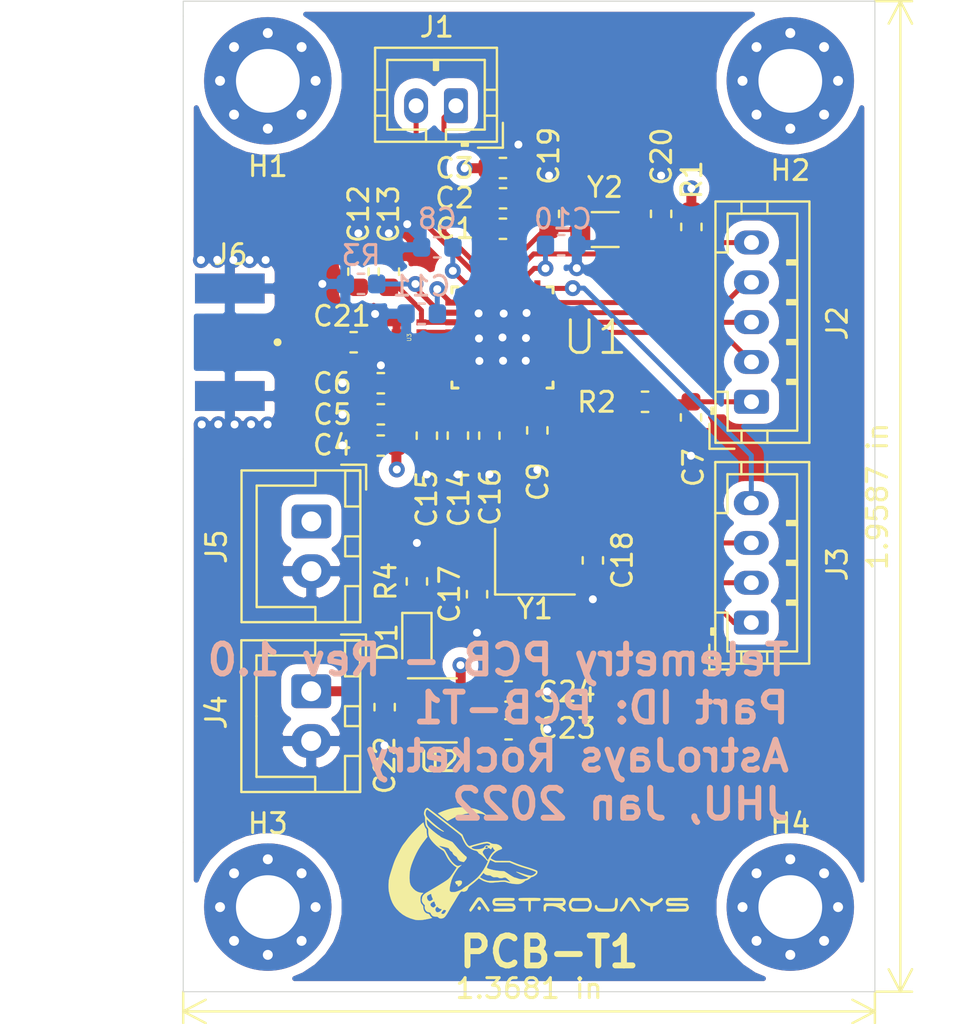
<source format=kicad_pcb>
(kicad_pcb (version 20171130) (host pcbnew "(5.1.5)-3")
  (layers (0 F.Cu signal) (1 In1.Cu power) (2 In2.Cu power) (31 B.Cu signal) (34 B.Paste user) (35 F.Paste user) (36 B.SilkS user) (37 F.SilkS user) (38 B.Mask user) (39 F.Mask user) (44 Edge.Cuts user))
  (net 0 "")
  (net 1 GND)
  (net 2 +3V3)
  (net 3 "Net-(C7-Pad2)")
  (net 4 "Net-(C8-Pad1)")
  (net 5 "Net-(C9-Pad1)")
  (net 6 "Net-(C10-Pad1)")
  (net 7 "Net-(C11-Pad1)")
  (net 8 /CREGRF2)
  (net 9 "Net-(C14-Pad1)")
  (net 10 "Net-(C15-Pad1)")
  (net 11 "Net-(C16-Pad1)")
  (net 12 "Net-(C17-Pad1)")
  (net 13 "Net-(C18-Pad1)")
  (net 14 /OSC2)
  (net 15 /OSC1)
  (net 16 "Net-(C21-Pad2)")
  (net 17 "Net-(C21-Pad1)")
  (net 18 +5V)
  (net 19 "Net-(C23-Pad1)")
  (net 20 "Net-(D1-Pad1)")
  (net 21 /LNA_EN)
  (net 22 /PA_EN)
  (net 23 /MISO)
  (net 24 /SCLK)
  (net 25 /MOSI)
  (net 26 /~CS)
  (net 27 /GP4)
  (net 28 /GP2)
  (net 29 /GP1)
  (net 30 /GP0)
  (net 31 /IRQ)
  (net 32 "Net-(R3-Pad1)")
  (net 33 "Net-(U1-Pad8)")
  (net 34 /RFO2)
  (net 35 /RFIO_1N)
  (net 36 /RFIO_1P)
  (module AJ_GFX:full_logo_21.3mmx9.3mm (layer F.Cu) (at 126.96 123.04)
    (fp_text reference G*** hide)
    (fp_text value LOGO hide)
  )
  (module Crystal:Crystal_SMD_3225-4Pin_3.2x2.5mm (layer F.Cu) (at 125.17 108.15)
    (fp_text reference Y1 (at 0 2.37) (layer F.SilkS))
    (fp_text value 26M)
    (pad 4 smd rect (at -1.1 -0.85) (size 1.4 1.2) (layers F.Cu F.Paste F.Mask) (net 1 GND))
    (pad 3 smd rect (at 1.1 -0.85) (size 1.4 1.2) (layers F.Cu F.Paste F.Mask) (net 13 "Net-(C18-Pad1)"))
    (pad 2 smd rect (at 1.1 0.85) (size 1.4 1.2) (layers F.Cu F.Paste F.Mask) (net 1 GND))
    (pad 1 smd rect (at -1.1 0.85) (size 1.4 1.2) (layers F.Cu F.Paste F.Mask) (net 12 "Net-(C17-Pad1)"))
  )
  (module Parts:QFN50P500X500X80-33N (layer F.Cu) (at 123.54 96.89)
    (fp_text reference U1 (at 4.66 0) (layer F.SilkS) (effects (font (size 1.64037 1.64037))))
    (fp_text value ADF7023-JBCPZ)
    (pad 33 smd rect (at 0 0) (size 3.2512 3.2512) (layers F.Cu F.Paste F.Mask) (net 1 GND))
    (pad 32 smd rect (at -1.7526 -2.4638) (size 0.3048 0.8128) (layers F.Cu F.Paste F.Mask) (net 4 "Net-(C8-Pad1)"))
    (pad 31 smd rect (at -1.2446 -2.4638) (size 0.3048 0.8128) (layers F.Cu F.Paste F.Mask) (net 21 /LNA_EN))
    (pad 30 smd rect (at -0.762 -2.4638) (size 0.3048 0.8128) (layers F.Cu F.Paste F.Mask) (net 22 /PA_EN))
    (pad 29 smd rect (at -0.254 -2.4638) (size 0.3048 0.8128) (layers F.Cu F.Paste F.Mask) (net 2 +3V3))
    (pad 28 smd rect (at 0.254 -2.4638) (size 0.3048 0.8128) (layers F.Cu F.Paste F.Mask) (net 14 /OSC2))
    (pad 27 smd rect (at 0.762 -2.4638) (size 0.3048 0.8128) (layers F.Cu F.Paste F.Mask) (net 15 /OSC1))
    (pad 26 smd rect (at 1.2446 -2.4638) (size 0.3048 0.8128) (layers F.Cu F.Paste F.Mask) (net 6 "Net-(C10-Pad1)"))
    (pad 25 smd rect (at 1.7526 -2.4638) (size 0.3048 0.8128) (layers F.Cu F.Paste F.Mask) (net 27 /GP4))
    (pad 24 smd rect (at 2.4638 -1.7526) (size 0.8128 0.3048) (layers F.Cu F.Paste F.Mask) (net 26 /~CS))
    (pad 23 smd rect (at 2.4638 -1.2446) (size 0.8128 0.3048) (layers F.Cu F.Paste F.Mask) (net 25 /MOSI))
    (pad 22 smd rect (at 2.4638 -0.762) (size 0.8128 0.3048) (layers F.Cu F.Paste F.Mask) (net 24 /SCLK))
    (pad 21 smd rect (at 2.4638 -0.254) (size 0.8128 0.3048) (layers F.Cu F.Paste F.Mask) (net 23 /MISO))
    (pad 20 smd rect (at 2.4638 0.254) (size 0.8128 0.3048) (layers F.Cu F.Paste F.Mask) (net 31 /IRQ))
    (pad 19 smd rect (at 2.4638 0.762) (size 0.8128 0.3048) (layers F.Cu F.Paste F.Mask) (net 28 /GP2))
    (pad 18 smd rect (at 2.4638 1.2446) (size 0.8128 0.3048) (layers F.Cu F.Paste F.Mask) (net 29 /GP1))
    (pad 17 smd rect (at 2.4638 1.7526) (size 0.8128 0.3048) (layers F.Cu F.Paste F.Mask) (net 30 /GP0))
    (pad 16 smd rect (at 1.7526 2.4638) (size 0.3048 0.8128) (layers F.Cu F.Paste F.Mask) (net 5 "Net-(C9-Pad1)"))
    (pad 15 smd rect (at 1.2446 2.4638) (size 0.3048 0.8128) (layers F.Cu F.Paste F.Mask) (net 5 "Net-(C9-Pad1)"))
    (pad 14 smd rect (at 0.762 2.4638) (size 0.3048 0.8128) (layers F.Cu F.Paste F.Mask) (net 13 "Net-(C18-Pad1)"))
    (pad 13 smd rect (at 0.254 2.4638) (size 0.3048 0.8128) (layers F.Cu F.Paste F.Mask) (net 12 "Net-(C17-Pad1)"))
    (pad 12 smd rect (at -0.254 2.4638) (size 0.3048 0.8128) (layers F.Cu F.Paste F.Mask) (net 11 "Net-(C16-Pad1)"))
    (pad 11 smd rect (at -0.762 2.4638) (size 0.3048 0.8128) (layers F.Cu F.Paste F.Mask) (net 9 "Net-(C14-Pad1)"))
    (pad 10 smd rect (at -1.2446 2.4638) (size 0.3048 0.8128) (layers F.Cu F.Paste F.Mask) (net 10 "Net-(C15-Pad1)"))
    (pad 9 smd rect (at -1.7526 2.4638) (size 0.3048 0.8128) (layers F.Cu F.Paste F.Mask) (net 10 "Net-(C15-Pad1)"))
    (pad 8 smd rect (at -2.4638 1.7526) (size 0.8128 0.3048) (layers F.Cu F.Paste F.Mask) (net 33 "Net-(U1-Pad8)"))
    (pad 7 smd rect (at -2.4638 1.2446) (size 0.8128 0.3048) (layers F.Cu F.Paste F.Mask) (net 2 +3V3))
    (pad 6 smd rect (at -2.4638 0.762) (size 0.8128 0.3048) (layers F.Cu F.Paste F.Mask) (net 34 /RFO2))
    (pad 5 smd rect (at -2.4638 0.254) (size 0.8128 0.3048) (layers F.Cu F.Paste F.Mask) (net 35 /RFIO_1N))
    (pad 4 smd rect (at -2.4638 -0.254) (size 0.8128 0.3048) (layers F.Cu F.Paste F.Mask) (net 36 /RFIO_1P))
    (pad 3 smd rect (at -2.4638 -0.762) (size 0.8128 0.3048) (layers F.Cu F.Paste F.Mask) (net 8 /CREGRF2))
    (pad 2 smd rect (at -2.4638 -1.2446) (size 0.8128 0.3048) (layers F.Cu F.Paste F.Mask) (net 32 "Net-(R3-Pad1)"))
    (pad 1 smd rect (at -2.4638 -1.7526) (size 0.8128 0.3048) (layers F.Cu F.Paste F.Mask) (net 7 "Net-(C11-Pad1)"))
  )
  (module Parts:RFSOLUTIONS_CON-SMA-EDGE-S (layer F.Cu) (at 109.84 97.13)
    (fp_text reference J6 (at 0.032 -4.4064) (layer F.SilkS))
    (fp_text value CON-SMA-EDGE-S)
    (pad G4 smd rect (at 0 2.7) (size 3.5 1.5) (layers B.Cu B.Paste B.Mask) (net 1 GND))
    (pad G3 smd rect (at 0 -2.7) (size 3.5 1.5) (layers B.Cu B.Paste B.Mask) (net 1 GND))
    (pad G2 smd rect (at 0 2.7) (size 3.5 1.5) (layers F.Cu F.Paste F.Mask) (net 1 GND))
    (pad G1 smd rect (at 0 -2.7) (size 3.5 1.5) (layers F.Cu F.Paste F.Mask) (net 1 GND))
    (pad 1 smd rect (at 0 0) (size 3.5 1.5) (layers F.Cu F.Paste F.Mask) (net 16 "Net-(C21-Pad2)"))
  )
  (module Parts:0900PC15F0030 (layer F.Cu) (at 118.845 96.88 270)
    (fp_text reference U3 (at 0.01 -0.01 90) (layer F.SilkS) (effects (font (size 0.2 0.2) (thickness 0.03))))
    (fp_text value 0900PC15F0030)
    (pad 10 smd rect (at -1 0 270) (size 0.5 0.4) (layers F.Cu F.Paste F.Mask) (net 1 GND))
    (pad 5 smd rect (at 1 0 270) (size 0.5 0.4) (layers F.Cu F.Paste F.Mask) (net 1 GND))
    (pad 6 smd rect (at 0.75 -0.625 270) (size 0.3 0.5) (layers F.Cu F.Paste F.Mask) (net 34 /RFO2))
    (pad 7 smd rect (at 0.25 -0.625 270) (size 0.3 0.5) (layers F.Cu F.Paste F.Mask) (net 35 /RFIO_1N))
    (pad 8 smd rect (at -0.25 -0.625 270) (size 0.3 0.5) (layers F.Cu F.Paste F.Mask) (net 36 /RFIO_1P))
    (pad 9 smd rect (at -0.75 -0.625 270) (size 0.3 0.5) (layers F.Cu F.Paste F.Mask) (net 8 /CREGRF2))
    (pad 4 smd rect (at 0.75 0.625 270) (size 0.3 0.5) (layers F.Cu F.Paste F.Mask) (net 1 GND))
    (pad 3 smd rect (at 0.25 0.625 270) (size 0.3 0.5) (layers F.Cu F.Paste F.Mask) (net 17 "Net-(C21-Pad1)"))
    (pad 2 smd rect (at -0.25 0.625 270) (size 0.3 0.5) (layers F.Cu F.Paste F.Mask) (net 1 GND))
    (pad 1 smd rect (at -0.75 0.625 270) (size 0.3 0.5) (layers F.Cu F.Paste F.Mask) (net 1 GND))
  )
  (module Crystal:Crystal_SMD_3215-2Pin_3.2x1.5mm (layer F.Cu) (at 128.7 91.47 180)
    (fp_text reference Y2 (at 0.01 2.12) (layer F.SilkS))
    (fp_text value 32.768k)
    (pad 2 smd rect (at -1.25 0 180) (size 1 1.8) (layers F.Cu F.Paste F.Mask) (net 15 /OSC1))
    (pad 1 smd rect (at 1.25 0 180) (size 1 1.8) (layers F.Cu F.Paste F.Mask) (net 14 /OSC2))
  )
  (module Package_TO_SOT_SMD:SOT-23-5 (layer F.Cu) (at 120.34 115.62)
    (fp_text reference U2 (at 0.01 2.57) (layer F.SilkS))
    (fp_text value LP2985-3.3)
    (pad 5 smd rect (at 1.1 -0.95) (size 1.06 0.65) (layers F.Cu F.Paste F.Mask) (net 2 +3V3))
    (pad 4 smd rect (at 1.1 0.95) (size 1.06 0.65) (layers F.Cu F.Paste F.Mask) (net 19 "Net-(C23-Pad1)"))
    (pad 3 smd rect (at -1.1 0.95) (size 1.06 0.65) (layers F.Cu F.Paste F.Mask) (net 18 +5V))
    (pad 2 smd rect (at -1.1 0) (size 1.06 0.65) (layers F.Cu F.Paste F.Mask) (net 1 GND))
    (pad 1 smd rect (at -1.1 -0.95) (size 1.06 0.65) (layers F.Cu F.Paste F.Mask) (net 18 +5V))
  )
  (module Resistor_SMD:R_0603_1608Metric (layer F.Cu) (at 119.24 109.1425 90)
    (fp_text reference R4 (at 0.0025 -1.55 90) (layer F.SilkS))
    (fp_text value 330)
    (pad 2 smd roundrect (at 0.7875 0 90) (size 0.875 0.95) (layers F.Cu F.Paste F.Mask) (net 1 GND))
    (pad 1 smd roundrect (at -0.7875 0 90) (size 0.875 0.95) (layers F.Cu F.Paste F.Mask) (net 20 "Net-(D1-Pad1)"))
  )
  (module Resistor_SMD:R_0603_1608Metric (layer B.Cu) (at 116.4325 94.2 180)
    (fp_text reference R3 (at 0 1.43) (layer B.SilkS) (effects (justify mirror)))
    (fp_text value 36k)
    (pad 2 smd roundrect (at 0.7875 0 180) (size 0.875 0.95) (layers B.Cu B.Paste B.Mask) (net 1 GND))
    (pad 1 smd roundrect (at -0.7875 0 180) (size 0.875 0.95) (layers B.Cu B.Paste B.Mask) (net 32 "Net-(R3-Pad1)"))
  )
  (module Resistor_SMD:R_0603_1608Metric (layer F.Cu) (at 130.7025 100.12)
    (fp_text reference R2 (at -2.4325 0.02) (layer F.SilkS))
    (fp_text value 1.1k)
    (pad 2 smd roundrect (at 0.7875 0) (size 0.875 0.95) (layers F.Cu F.Paste F.Mask) (net 3 "Net-(C7-Pad2)"))
    (pad 1 smd roundrect (at -0.7875 0) (size 0.875 0.95) (layers F.Cu F.Paste F.Mask) (net 31 /IRQ))
  )
  (module Resistor_SMD:R_0603_1608Metric (layer F.Cu) (at 133.03 91.3375 90)
    (fp_text reference R1 (at 2.3675 0.02 90) (layer F.SilkS))
    (fp_text value 100k)
    (pad 2 smd roundrect (at 0.7875 0 90) (size 0.875 0.95) (layers F.Cu F.Paste F.Mask) (net 2 +3V3))
    (pad 1 smd roundrect (at -0.7875 0 90) (size 0.875 0.95) (layers F.Cu F.Paste F.Mask) (net 26 /~CS))
  )
  (module Connector_JST:JST_XH_B2B-XH-A_1x02_P2.50mm_Vertical (layer F.Cu) (at 113.94 106.13 270)
    (fp_text reference J5 (at 1.27 4.77 90) (layer F.SilkS))
    (fp_text value Conn_01x02_Male)
    (pad 2 thru_hole oval (at 2.5 0 270) (size 1.7 2) (drill 1) (layers *.Cu *.Mask) (net 1 GND))
    (pad 1 thru_hole roundrect (at 0 0 270) (size 1.7 2) (drill 1) (layers *.Cu *.Mask) (roundrect_rratio 0.147059) (net 2 +3V3))
  )
  (module Connector_JST:JST_XH_B2B-XH-A_1x02_P2.50mm_Vertical (layer F.Cu) (at 113.93 114.66 270)
    (fp_text reference J4 (at 1.06 4.77 90) (layer F.SilkS))
    (fp_text value Conn_01x02_Male)
    (pad 2 thru_hole oval (at 2.5 0 270) (size 1.7 2) (drill 1) (layers *.Cu *.Mask) (net 1 GND))
    (pad 1 thru_hole roundrect (at 0 0 270) (size 1.7 2) (drill 1) (layers *.Cu *.Mask) (roundrect_rratio 0.147059) (net 18 +5V))
  )
  (module Connector_JST:JST_PH_B4B-PH-K_1x04_P2.00mm_Vertical (layer F.Cu) (at 136.04 111.21 90)
    (fp_text reference J3 (at 2.93 4.32 90) (layer F.SilkS))
    (fp_text value Conn_01x04_Male)
    (pad 4 thru_hole oval (at 6 0 90) (size 1.2 1.75) (drill 0.75) (layers *.Cu *.Mask) (net 27 /GP4))
    (pad 3 thru_hole oval (at 4 0 90) (size 1.2 1.75) (drill 0.75) (layers *.Cu *.Mask) (net 28 /GP2))
    (pad 2 thru_hole oval (at 2 0 90) (size 1.2 1.75) (drill 0.75) (layers *.Cu *.Mask) (net 29 /GP1))
    (pad 1 thru_hole roundrect (at 0 0 90) (size 1.2 1.75) (drill 0.75) (layers *.Cu *.Mask) (roundrect_rratio 0.208333) (net 30 /GP0))
  )
  (module Connector_JST:JST_PH_B5B-PH-K_1x05_P2.00mm_Vertical (layer F.Cu) (at 136.05 100.12 90)
    (fp_text reference J2 (at 3.94 4.31 90) (layer F.SilkS))
    (fp_text value Conn_01x05_Male)
    (pad 5 thru_hole oval (at 8 0 90) (size 1.2 1.75) (drill 0.75) (layers *.Cu *.Mask) (net 26 /~CS))
    (pad 4 thru_hole oval (at 6 0 90) (size 1.2 1.75) (drill 0.75) (layers *.Cu *.Mask) (net 25 /MOSI))
    (pad 3 thru_hole oval (at 4 0 90) (size 1.2 1.75) (drill 0.75) (layers *.Cu *.Mask) (net 24 /SCLK))
    (pad 2 thru_hole oval (at 2 0 90) (size 1.2 1.75) (drill 0.75) (layers *.Cu *.Mask) (net 23 /MISO))
    (pad 1 thru_hole roundrect (at 0 0 90) (size 1.2 1.75) (drill 0.75) (layers *.Cu *.Mask) (roundrect_rratio 0.208333) (net 3 "Net-(C7-Pad2)"))
  )
  (module Connector_JST:JST_PH_B2B-PH-K_1x02_P2.00mm_Vertical (layer F.Cu) (at 121.2 85.25 180)
    (fp_text reference J1 (at 0.96 3.95) (layer F.SilkS))
    (fp_text value Conn_01x02_Male)
    (pad 2 thru_hole oval (at 2 0 180) (size 1.2 1.75) (drill 0.75) (layers *.Cu *.Mask) (net 21 /LNA_EN))
    (pad 1 thru_hole roundrect (at 0 0 180) (size 1.2 1.75) (drill 0.75) (layers *.Cu *.Mask) (roundrect_rratio 0.208333) (net 22 /PA_EN))
  )
  (module MountingHole:MountingHole_3.2mm_M3_Pad_Via (layer F.Cu) (at 138 125.5)
    (fp_text reference H4 (at 0 -4.2) (layer F.SilkS))
    (fp_text value MountingHole)
    (pad 1 thru_hole circle (at 1.697056 -1.697056) (size 0.8 0.8) (drill 0.5) (layers *.Cu *.Mask))
    (pad 1 thru_hole circle (at 0 -2.4) (size 0.8 0.8) (drill 0.5) (layers *.Cu *.Mask))
    (pad 1 thru_hole circle (at -1.697056 -1.697056) (size 0.8 0.8) (drill 0.5) (layers *.Cu *.Mask))
    (pad 1 thru_hole circle (at -2.4 0) (size 0.8 0.8) (drill 0.5) (layers *.Cu *.Mask))
    (pad 1 thru_hole circle (at -1.697056 1.697056) (size 0.8 0.8) (drill 0.5) (layers *.Cu *.Mask))
    (pad 1 thru_hole circle (at 0 2.4) (size 0.8 0.8) (drill 0.5) (layers *.Cu *.Mask))
    (pad 1 thru_hole circle (at 1.697056 1.697056) (size 0.8 0.8) (drill 0.5) (layers *.Cu *.Mask))
    (pad 1 thru_hole circle (at 2.4 0) (size 0.8 0.8) (drill 0.5) (layers *.Cu *.Mask))
    (pad 1 thru_hole circle (at 0 0) (size 6.4 6.4) (drill 3.2) (layers *.Cu *.Mask))
  )
  (module MountingHole:MountingHole_3.2mm_M3_Pad_Via (layer F.Cu) (at 111.75 125.5)
    (fp_text reference H3 (at 0 -4.2) (layer F.SilkS))
    (fp_text value MountingHole)
    (pad 1 thru_hole circle (at 1.697056 -1.697056) (size 0.8 0.8) (drill 0.5) (layers *.Cu *.Mask))
    (pad 1 thru_hole circle (at 0 -2.4) (size 0.8 0.8) (drill 0.5) (layers *.Cu *.Mask))
    (pad 1 thru_hole circle (at -1.697056 -1.697056) (size 0.8 0.8) (drill 0.5) (layers *.Cu *.Mask))
    (pad 1 thru_hole circle (at -2.4 0) (size 0.8 0.8) (drill 0.5) (layers *.Cu *.Mask))
    (pad 1 thru_hole circle (at -1.697056 1.697056) (size 0.8 0.8) (drill 0.5) (layers *.Cu *.Mask))
    (pad 1 thru_hole circle (at 0 2.4) (size 0.8 0.8) (drill 0.5) (layers *.Cu *.Mask))
    (pad 1 thru_hole circle (at 1.697056 1.697056) (size 0.8 0.8) (drill 0.5) (layers *.Cu *.Mask))
    (pad 1 thru_hole circle (at 2.4 0) (size 0.8 0.8) (drill 0.5) (layers *.Cu *.Mask))
    (pad 1 thru_hole circle (at 0 0) (size 6.4 6.4) (drill 3.2) (layers *.Cu *.Mask))
  )
  (module MountingHole:MountingHole_3.2mm_M3_Pad_Via (layer F.Cu) (at 138 84)
    (fp_text reference H2 (at 0 4.5) (layer F.SilkS))
    (fp_text value MountingHole)
    (pad 1 thru_hole circle (at 1.697056 -1.697056) (size 0.8 0.8) (drill 0.5) (layers *.Cu *.Mask))
    (pad 1 thru_hole circle (at 0 -2.4) (size 0.8 0.8) (drill 0.5) (layers *.Cu *.Mask))
    (pad 1 thru_hole circle (at -1.697056 -1.697056) (size 0.8 0.8) (drill 0.5) (layers *.Cu *.Mask))
    (pad 1 thru_hole circle (at -2.4 0) (size 0.8 0.8) (drill 0.5) (layers *.Cu *.Mask))
    (pad 1 thru_hole circle (at -1.697056 1.697056) (size 0.8 0.8) (drill 0.5) (layers *.Cu *.Mask))
    (pad 1 thru_hole circle (at 0 2.4) (size 0.8 0.8) (drill 0.5) (layers *.Cu *.Mask))
    (pad 1 thru_hole circle (at 1.697056 1.697056) (size 0.8 0.8) (drill 0.5) (layers *.Cu *.Mask))
    (pad 1 thru_hole circle (at 2.4 0) (size 0.8 0.8) (drill 0.5) (layers *.Cu *.Mask))
    (pad 1 thru_hole circle (at 0 0) (size 6.4 6.4) (drill 3.2) (layers *.Cu *.Mask))
  )
  (module MountingHole:MountingHole_3.2mm_M3_Pad_Via (layer F.Cu) (at 111.75 84)
    (fp_text reference H1 (at 0 4.302944) (layer F.SilkS))
    (fp_text value MountingHole)
    (pad 1 thru_hole circle (at 1.697056 -1.697056) (size 0.8 0.8) (drill 0.5) (layers *.Cu *.Mask))
    (pad 1 thru_hole circle (at 0 -2.4) (size 0.8 0.8) (drill 0.5) (layers *.Cu *.Mask))
    (pad 1 thru_hole circle (at -1.697056 -1.697056) (size 0.8 0.8) (drill 0.5) (layers *.Cu *.Mask))
    (pad 1 thru_hole circle (at -2.4 0) (size 0.8 0.8) (drill 0.5) (layers *.Cu *.Mask))
    (pad 1 thru_hole circle (at -1.697056 1.697056) (size 0.8 0.8) (drill 0.5) (layers *.Cu *.Mask))
    (pad 1 thru_hole circle (at 0 2.4) (size 0.8 0.8) (drill 0.5) (layers *.Cu *.Mask))
    (pad 1 thru_hole circle (at 1.697056 1.697056) (size 0.8 0.8) (drill 0.5) (layers *.Cu *.Mask))
    (pad 1 thru_hole circle (at 2.4 0) (size 0.8 0.8) (drill 0.5) (layers *.Cu *.Mask))
    (pad 1 thru_hole circle (at 0 0) (size 6.4 6.4) (drill 3.2) (layers *.Cu *.Mask))
  )
  (module LED_SMD:LED_0603_1608Metric (layer F.Cu) (at 119.24 112.2125 270)
    (fp_text reference D1 (at 0.0075 1.5 90) (layer F.SilkS))
    (fp_text value LED)
    (pad 2 smd roundrect (at 0.7875 0 270) (size 0.875 0.95) (layers F.Cu F.Paste F.Mask) (net 18 +5V))
    (pad 1 smd roundrect (at -0.7875 0 270) (size 0.875 0.95) (layers F.Cu F.Paste F.Mask) (net 20 "Net-(D1-Pad1)"))
  )
  (module Capacitor_SMD:C_0603_1608Metric (layer F.Cu) (at 123.8475 114.67)
    (fp_text reference C24 (at 2.9325 0.02) (layer F.SilkS))
    (fp_text value 2.2u)
    (pad 2 smd roundrect (at 0.7875 0) (size 0.875 0.95) (layers F.Cu F.Paste F.Mask) (net 1 GND))
    (pad 1 smd roundrect (at -0.7875 0) (size 0.875 0.95) (layers F.Cu F.Paste F.Mask) (net 2 +3V3))
  )
  (module Capacitor_SMD:C_0603_1608Metric (layer F.Cu) (at 123.8475 116.57)
    (fp_text reference C23 (at 2.9325 -0.05) (layer F.SilkS))
    (fp_text value 10n)
    (pad 2 smd roundrect (at 0.7875 0) (size 0.875 0.95) (layers F.Cu F.Paste F.Mask) (net 1 GND))
    (pad 1 smd roundrect (at -0.7875 0) (size 0.875 0.95) (layers F.Cu F.Paste F.Mask) (net 19 "Net-(C23-Pad1)"))
  )
  (module Capacitor_SMD:C_0603_1608Metric (layer F.Cu) (at 117.62 115.4575 270)
    (fp_text reference C22 (at 2.9225 -0.01 90) (layer F.SilkS))
    (fp_text value 2.2u)
    (pad 2 smd roundrect (at 0.7875 0 270) (size 0.875 0.95) (layers F.Cu F.Paste F.Mask) (net 1 GND))
    (pad 1 smd roundrect (at -0.7875 0 270) (size 0.875 0.95) (layers F.Cu F.Paste F.Mask) (net 18 +5V))
  )
  (module Capacitor_SMD:C_0603_1608Metric (layer F.Cu) (at 116.0625 97.13 180)
    (fp_text reference C21 (at 0.5925 1.31) (layer F.SilkS))
    (fp_text value 56p)
    (pad 2 smd roundrect (at 0.7875 0 180) (size 0.875 0.95) (layers F.Cu F.Paste F.Mask) (net 16 "Net-(C21-Pad2)"))
    (pad 1 smd roundrect (at -0.7875 0 180) (size 0.875 0.95) (layers F.Cu F.Paste F.Mask) (net 17 "Net-(C21-Pad1)"))
  )
  (module Capacitor_SMD:C_0603_1608Metric (layer F.Cu) (at 131.51 90.6825 90)
    (fp_text reference C20 (at 2.8825 0.02 90) (layer F.SilkS))
    (fp_text value 5.6p)
    (pad 2 smd roundrect (at 0.7875 0 90) (size 0.875 0.95) (layers F.Cu F.Paste F.Mask) (net 1 GND))
    (pad 1 smd roundrect (at -0.7875 0 90) (size 0.875 0.95) (layers F.Cu F.Paste F.Mask) (net 15 /OSC1))
  )
  (module Capacitor_SMD:C_0603_1608Metric (layer F.Cu) (at 125.87 90.6825 90)
    (fp_text reference C19 (at 2.9125 0 90) (layer F.SilkS))
    (fp_text value 5.6p)
    (pad 2 smd roundrect (at 0.7875 0 90) (size 0.875 0.95) (layers F.Cu F.Paste F.Mask) (net 1 GND))
    (pad 1 smd roundrect (at -0.7875 0 90) (size 0.875 0.95) (layers F.Cu F.Paste F.Mask) (net 14 /OSC2))
  )
  (module Capacitor_SMD:C_0603_1608Metric (layer F.Cu) (at 128.08 108.0875 270)
    (fp_text reference C18 (at -0.0075 -1.48 90) (layer F.SilkS))
    (fp_text value 18p)
    (pad 2 smd roundrect (at 0.7875 0 270) (size 0.875 0.95) (layers F.Cu F.Paste F.Mask) (net 1 GND))
    (pad 1 smd roundrect (at -0.7875 0 270) (size 0.875 0.95) (layers F.Cu F.Paste F.Mask) (net 13 "Net-(C18-Pad1)"))
  )
  (module Capacitor_SMD:C_0603_1608Metric (layer F.Cu) (at 122.26 109.7875 270)
    (fp_text reference C17 (at 0.0025 1.38 90) (layer F.SilkS))
    (fp_text value 18p)
    (pad 2 smd roundrect (at 0.7875 0 270) (size 0.875 0.95) (layers F.Cu F.Paste F.Mask) (net 1 GND))
    (pad 1 smd roundrect (at -0.7875 0 270) (size 0.875 0.95) (layers F.Cu F.Paste F.Mask) (net 12 "Net-(C17-Pad1)"))
  )
  (module Capacitor_SMD:C_0603_1608Metric (layer F.Cu) (at 122.88 101.8225 270)
    (fp_text reference C16 (at 3.0775 -0.04 90) (layer F.SilkS))
    (fp_text value 150n)
    (pad 2 smd roundrect (at 0.7875 0 270) (size 0.875 0.95) (layers F.Cu F.Paste F.Mask) (net 1 GND))
    (pad 1 smd roundrect (at -0.7875 0 270) (size 0.875 0.95) (layers F.Cu F.Paste F.Mask) (net 11 "Net-(C16-Pad1)"))
  )
  (module Capacitor_SMD:C_0603_1608Metric (layer F.Cu) (at 119.74 101.8225 270)
    (fp_text reference C15 (at 3.1775 0.01 90) (layer F.SilkS))
    (fp_text value 220n)
    (pad 2 smd roundrect (at 0.7875 0 270) (size 0.875 0.95) (layers F.Cu F.Paste F.Mask) (net 1 GND))
    (pad 1 smd roundrect (at -0.7875 0 270) (size 0.875 0.95) (layers F.Cu F.Paste F.Mask) (net 10 "Net-(C15-Pad1)"))
  )
  (module Capacitor_SMD:C_0603_1608Metric (layer F.Cu) (at 121.3 101.8175 270)
    (fp_text reference C14 (at 3.1525 -0.05 90) (layer F.SilkS))
    (fp_text value 220n)
    (pad 2 smd roundrect (at 0.7875 0 270) (size 0.875 0.95) (layers F.Cu F.Paste F.Mask) (net 1 GND))
    (pad 1 smd roundrect (at -0.7875 0 270) (size 0.875 0.95) (layers F.Cu F.Paste F.Mask) (net 9 "Net-(C14-Pad1)"))
  )
  (module Capacitor_SMD:C_0603_1608Metric (layer F.Cu) (at 117.832 93.584 90)
    (fp_text reference C13 (at 2.89 -0.01 90) (layer F.SilkS))
    (fp_text value 18p)
    (pad 2 smd roundrect (at 0.7875 0 90) (size 0.875 0.95) (layers F.Cu F.Paste F.Mask) (net 1 GND))
    (pad 1 smd roundrect (at -0.7875 0 90) (size 0.875 0.95) (layers F.Cu F.Paste F.Mask) (net 8 /CREGRF2))
  )
  (module Capacitor_SMD:C_0603_1608Metric (layer F.Cu) (at 116.302 93.584 90)
    (fp_text reference C12 (at 2.8925 0.01 90) (layer F.SilkS))
    (fp_text value 220n)
    (pad 2 smd roundrect (at 0.7875 0 90) (size 0.875 0.95) (layers F.Cu F.Paste F.Mask) (net 1 GND))
    (pad 1 smd roundrect (at -0.7875 0 90) (size 0.875 0.95) (layers F.Cu F.Paste F.Mask) (net 8 /CREGRF2))
  )
  (module Capacitor_SMD:C_0603_1608Metric (layer B.Cu) (at 119.4825 95.7 180)
    (fp_text reference C11 (at 0.0125 1.39) (layer B.SilkS) (effects (justify mirror)))
    (fp_text value 220n)
    (pad 2 smd roundrect (at 0.7875 0 180) (size 0.875 0.95) (layers B.Cu B.Paste B.Mask) (net 1 GND))
    (pad 1 smd roundrect (at -0.7875 0 180) (size 0.875 0.95) (layers B.Cu B.Paste B.Mask) (net 7 "Net-(C11-Pad1)"))
  )
  (module Capacitor_SMD:C_0603_1608Metric (layer B.Cu) (at 126.4875 92.25)
    (fp_text reference C10 (at 0.0875 -1.31) (layer B.SilkS) (effects (justify mirror)))
    (fp_text value 220n)
    (pad 2 smd roundrect (at 0.7875 0) (size 0.875 0.95) (layers B.Cu B.Paste B.Mask) (net 1 GND))
    (pad 1 smd roundrect (at -0.7875 0) (size 0.875 0.95) (layers B.Cu B.Paste B.Mask) (net 6 "Net-(C10-Pad1)"))
  )
  (module Capacitor_SMD:C_0603_1608Metric (layer F.Cu) (at 125.29 101.5575 270)
    (fp_text reference C9 (at 2.5775 -0.03 90) (layer F.SilkS))
    (fp_text value 220n)
    (pad 2 smd roundrect (at 0.7875 0 270) (size 0.875 0.95) (layers F.Cu F.Paste F.Mask) (net 1 GND))
    (pad 1 smd roundrect (at -0.7875 0 270) (size 0.875 0.95) (layers F.Cu F.Paste F.Mask) (net 5 "Net-(C9-Pad1)"))
  )
  (module Capacitor_SMD:C_0603_1608Metric (layer B.Cu) (at 120.2625 92.36 180)
    (fp_text reference C8 (at 0 1.43) (layer B.SilkS) (effects (justify mirror)))
    (fp_text value 220n)
    (pad 2 smd roundrect (at 0.7875 0 180) (size 0.875 0.95) (layers B.Cu B.Paste B.Mask) (net 1 GND))
    (pad 1 smd roundrect (at -0.7875 0 180) (size 0.875 0.95) (layers B.Cu B.Paste B.Mask) (net 4 "Net-(C8-Pad1)"))
  )
  (module Capacitor_SMD:C_0603_1608Metric (layer F.Cu) (at 133.01 100.9075 90)
    (fp_text reference C7 (at -2.5225 0.12 90) (layer F.SilkS))
    (fp_text value 1.5n)
    (pad 2 smd roundrect (at 0.7875 0 90) (size 0.875 0.95) (layers F.Cu F.Paste F.Mask) (net 3 "Net-(C7-Pad2)"))
    (pad 1 smd roundrect (at -0.7875 0 90) (size 0.875 0.95) (layers F.Cu F.Paste F.Mask) (net 1 GND))
  )
  (module Capacitor_SMD:C_0603_1608Metric (layer F.Cu) (at 117.4275 99.19 180)
    (fp_text reference C6 (at 2.4375 0) (layer F.SilkS))
    (fp_text value 100p)
    (pad 2 smd roundrect (at 0.7875 0 180) (size 0.875 0.95) (layers F.Cu F.Paste F.Mask) (net 1 GND))
    (pad 1 smd roundrect (at -0.7875 0 180) (size 0.875 0.95) (layers F.Cu F.Paste F.Mask) (net 2 +3V3))
  )
  (module Capacitor_SMD:C_0603_1608Metric (layer F.Cu) (at 117.4275 100.75 180)
    (fp_text reference C5 (at 2.4275 -0.01) (layer F.SilkS))
    (fp_text value 220n)
    (pad 2 smd roundrect (at 0.7875 0 180) (size 0.875 0.95) (layers F.Cu F.Paste F.Mask) (net 1 GND))
    (pad 1 smd roundrect (at -0.7875 0 180) (size 0.875 0.95) (layers F.Cu F.Paste F.Mask) (net 2 +3V3))
  )
  (module Capacitor_SMD:C_0603_1608Metric (layer F.Cu) (at 117.4225 102.32 180)
    (fp_text reference C4 (at 2.4325 0.02) (layer F.SilkS))
    (fp_text value 10u)
    (pad 2 smd roundrect (at 0.7875 0 180) (size 0.875 0.95) (layers F.Cu F.Paste F.Mask) (net 1 GND))
    (pad 1 smd roundrect (at -0.7875 0 180) (size 0.875 0.95) (layers F.Cu F.Paste F.Mask) (net 2 +3V3))
  )
  (module Capacitor_SMD:C_0603_1608Metric (layer F.Cu) (at 123.5625 88.38)
    (fp_text reference C3 (at -2.4325 0.01) (layer F.SilkS))
    (fp_text value 100p)
    (pad 2 smd roundrect (at 0.7875 0) (size 0.875 0.95) (layers F.Cu F.Paste F.Mask) (net 1 GND))
    (pad 1 smd roundrect (at -0.7875 0) (size 0.875 0.95) (layers F.Cu F.Paste F.Mask) (net 2 +3V3))
  )
  (module Capacitor_SMD:C_0603_1608Metric (layer F.Cu) (at 123.5675 89.9)
    (fp_text reference C2 (at -2.4375 -0.02) (layer F.SilkS))
    (fp_text value 220n)
    (pad 2 smd roundrect (at 0.7875 0) (size 0.875 0.95) (layers F.Cu F.Paste F.Mask) (net 1 GND))
    (pad 1 smd roundrect (at -0.7875 0) (size 0.875 0.95) (layers F.Cu F.Paste F.Mask) (net 2 +3V3))
  )
  (module Capacitor_SMD:C_0603_1608Metric (layer F.Cu) (at 123.5625 91.43)
    (fp_text reference C1 (at -2.4125 -0.01) (layer F.SilkS))
    (fp_text value 10u)
    (pad 2 smd roundrect (at 0.7875 0) (size 0.875 0.95) (layers F.Cu F.Paste F.Mask) (net 1 GND))
    (pad 1 smd roundrect (at -0.7875 0) (size 0.875 0.95) (layers F.Cu F.Paste F.Mask) (net 2 +3V3))
  )
  (dimension 34.75 (width 0.12) (layer F.SilkS) (gr_text "34.750 mm" (at 124.875 132.009999) (layer F.SilkS) (effects (font (size 1 1) (thickness 0.15)))) (feature1 (pts (xy 142.25 129.75) (xy 142.25 131.32642))) (feature2 (pts (xy 107.5 129.75) (xy 107.5 131.32642))) (crossbar (pts (xy 107.5 130.739999) (xy 142.25 130.739999))) (arrow1a (pts (xy 142.25 130.739999) (xy 141.123496 131.32642))) (arrow1b (pts (xy 142.25 130.739999) (xy 141.123496 130.153578))) (arrow2a (pts (xy 107.5 130.739999) (xy 108.626504 131.32642))) (arrow2b (pts (xy 107.5 130.739999) (xy 108.626504 130.153578))))
  (dimension 49.75 (width 0.12) (layer F.SilkS) (gr_text "49.750 mm" (at 144.8 104.875 270) (layer F.SilkS) (effects (font (size 1 1) (thickness 0.15)))) (feature1 (pts (xy 142.25 129.75) (xy 144.116421 129.75))) (feature2 (pts (xy 142.25 80) (xy 144.116421 80))) (crossbar (pts (xy 143.53 80) (xy 143.53 129.75))) (arrow1a (pts (xy 143.53 129.75) (xy 142.943579 128.623496))) (arrow1b (pts (xy 143.53 129.75) (xy 144.116421 128.623496))) (arrow2a (pts (xy 143.53 80) (xy 142.943579 81.126504))) (arrow2b (pts (xy 143.53 80) (xy 144.116421 81.126504))))
  (gr_text "Telemetry PCB - Rev 1.0\nPart ID: PCB-T1\nAstroJays Rocketry\nJHU, Jan 2022\n" (at 138.09 116.71) (layer B.SilkS) (effects (font (size 1.5 1.5) (thickness 0.3)) (justify left mirror)))
  (gr_text PCB-T1 (at 125.89 127.75) (layer F.SilkS) (effects (font (size 1.5 1.5) (thickness 0.3))))
  (gr_line (start 142.25 122.25) (end 142.25 129.75) (layer Edge.Cuts) (width 0.05))
  (gr_line (start 107.5 129.75) (end 107.5 122.25) (layer Edge.Cuts) (width 0.05))
  (gr_line (start 107.5 129.75) (end 142.25 129.75) (layer Edge.Cuts) (width 0.05))
  (gr_line (start 142.25 80) (end 107.5 80) (layer Edge.Cuts) (width 0.05))
  (gr_line (start 142.25 122.25) (end 142.25 80) (layer Edge.Cuts) (width 0.05))
  (gr_line (start 107.5 80.75) (end 107.5 80) (layer Edge.Cuts) (width 0.05))
  (gr_line (start 107.5 103) (end 107.5 80.75) (layer Edge.Cuts) (width 0.05))
  (gr_line (start 107.5 122.25) (end 107.5 103) (layer Edge.Cuts) (width 0.05))
  (via (at 124.71 98.06) (size 0.8) (drill 0.4) (layers F.Cu B.Cu) (net 1))
  (via (at 123.57 98.06) (size 0.8) (drill 0.4) (layers F.Cu B.Cu) (net 1))
  (via (at 122.38 98.07) (size 0.8) (drill 0.4) (layers F.Cu B.Cu) (net 1))
  (via (at 124.72 96.92) (size 0.8) (drill 0.4) (layers F.Cu B.Cu) (net 1))
  (via (at 122.36 96.94) (size 0.8) (drill 0.4) (layers F.Cu B.Cu) (net 1))
  (via (at 124.75 95.66) (size 0.8) (drill 0.4) (layers F.Cu B.Cu) (net 1))
  (via (at 123.6 95.69) (size 0.8) (drill 0.4) (layers F.Cu B.Cu) (net 1))
  (via (at 122.34 95.68) (size 0.8) (drill 0.4) (layers F.Cu B.Cu) (net 1))
  (segment (start 123.54 96.89) (end 123.54 96.89) (width 0.25) (layer F.Cu) (net 1))
  (segment (start 123.29 96.89) (end 122.85 96.45) (width 0.25) (layer F.Cu) (net 1))
  (via (at 117.14 95.71) (size 0.8) (drill 0.4) (layers F.Cu B.Cu) (net 1))
  (via (at 108.43 101.26) (size 0.8) (drill 0.4) (layers F.Cu B.Cu) (net 1))
  (via (at 109.26 101.25) (size 0.8) (drill 0.4) (layers F.Cu B.Cu) (net 1))
  (via (at 110.08 101.26) (size 0.8) (drill 0.4) (layers F.Cu B.Cu) (net 1))
  (via (at 110.91 101.25) (size 0.8) (drill 0.4) (layers F.Cu B.Cu) (net 1))
  (via (at 111.74 101.26) (size 0.8) (drill 0.4) (layers F.Cu B.Cu) (net 1))
  (via (at 108.39 93) (size 0.8) (drill 0.4) (layers F.Cu B.Cu) (net 1))
  (via (at 109.21 92.99) (size 0.8) (drill 0.4) (layers F.Cu B.Cu) (net 1))
  (via (at 110.02 93) (size 0.8) (drill 0.4) (layers F.Cu B.Cu) (net 1))
  (via (at 110.83 93) (size 0.8) (drill 0.4) (layers F.Cu B.Cu) (net 1))
  (via (at 111.64 93) (size 0.8) (drill 0.4) (layers F.Cu B.Cu) (net 1))
  (via (at 119.24 107.21) (size 0.8) (drill 0.4) (layers F.Cu B.Cu) (net 1))
  (via (at 119.74 103.77) (size 0.8) (drill 0.4) (layers F.Cu B.Cu) (net 1))
  (via (at 121.3 103.77) (size 0.8) (drill 0.4) (layers F.Cu B.Cu) (net 1))
  (via (at 122.88 103.77) (size 0.8) (drill 0.4) (layers F.Cu B.Cu) (net 1))
  (via (at 125.29 103.54) (size 0.8) (drill 0.4) (layers F.Cu B.Cu) (net 1))
  (via (at 122.26 111.72) (size 0.8) (drill 0.4) (layers F.Cu B.Cu) (net 1))
  (via (at 128.08 110.04) (size 0.8) (drill 0.4) (layers F.Cu B.Cu) (net 1))
  (via (at 115.5 99.19) (size 0.8) (drill 0.4) (layers F.Cu B.Cu) (net 1))
  (via (at 115.5 100.77) (size 0.8) (drill 0.4) (layers F.Cu B.Cu) (net 1))
  (segment (start 115.52 100.75) (end 115.5 100.77) (width 0.25) (layer F.Cu) (net 1))
  (via (at 115.5 102.31) (size 0.8) (drill 0.4) (layers F.Cu B.Cu) (net 1))
  (segment (start 115.51 102.32) (end 115.5 102.31) (width 0.25) (layer F.Cu) (net 1))
  (via (at 116.3 91.66) (size 0.8) (drill 0.4) (layers F.Cu B.Cu) (net 1))
  (segment (start 116.302 91.662) (end 116.3 91.66) (width 0.25) (layer F.Cu) (net 1))
  (via (at 117.83 91.66) (size 0.8) (drill 0.4) (layers F.Cu B.Cu) (net 1))
  (segment (start 117.832 91.662) (end 117.83 91.66) (width 0.25) (layer F.Cu) (net 1))
  (via (at 124.34 87.2) (size 0.8) (drill 0.4) (layers F.Cu B.Cu) (net 1))
  (segment (start 124.35 87.21) (end 124.34 87.2) (width 0.25) (layer F.Cu) (net 1))
  (via (at 125.88 88.76) (size 0.8) (drill 0.4) (layers F.Cu B.Cu) (net 1))
  (segment (start 125.87 88.77) (end 125.88 88.76) (width 0.25) (layer F.Cu) (net 1))
  (via (at 131.51 88.76) (size 0.8) (drill 0.4) (layers F.Cu B.Cu) (net 1))
  (via (at 133.01 102.83) (size 0.8) (drill 0.4) (layers F.Cu B.Cu) (net 1))
  (via (at 117.43 98.29) (size 0.8) (drill 0.4) (layers F.Cu B.Cu) (net 1))
  (segment (start 123.54 96.89) (end 123.29 96.89) (width 0.25) (layer F.Cu) (net 1))
  (via (at 123.54 96.89) (size 0.8) (drill 0.4) (layers F.Cu B.Cu) (net 1))
  (via (at 117.61 117.38) (size 0.8) (drill 0.4) (layers F.Cu B.Cu) (net 1))
  (via (at 125.78 114.67) (size 0.8) (drill 0.4) (layers F.Cu B.Cu) (net 1))
  (via (at 125.79 116.57) (size 0.8) (drill 0.4) (layers F.Cu B.Cu) (net 1))
  (segment (start 124.47 107.3) (end 126.17 109) (width 0.25) (layer F.Cu) (net 1))
  (segment (start 126.17 109) (end 126.27 109) (width 0.25) (layer F.Cu) (net 1))
  (segment (start 124.07 107.3) (end 124.47 107.3) (width 0.25) (layer F.Cu) (net 1))
  (segment (start 124.34 88.37) (end 124.35 88.38) (width 0.5) (layer F.Cu) (net 1))
  (segment (start 124.34 87.2) (end 124.34 88.37) (width 0.5) (layer F.Cu) (net 1))
  (segment (start 125.88 89.885) (end 125.87 89.895) (width 0.5) (layer F.Cu) (net 1))
  (segment (start 125.88 88.76) (end 125.88 89.885) (width 0.5) (layer F.Cu) (net 1))
  (segment (start 131.51 88.76) (end 131.51 89.895) (width 0.5) (layer F.Cu) (net 1))
  (segment (start 116.3 92.7945) (end 116.302 92.7965) (width 0.5) (layer F.Cu) (net 1))
  (segment (start 116.3 91.66) (end 116.3 92.7945) (width 0.5) (layer F.Cu) (net 1))
  (segment (start 117.83 92.7945) (end 117.832 92.7965) (width 0.5) (layer F.Cu) (net 1))
  (segment (start 117.83 91.66) (end 117.83 92.7945) (width 0.5) (layer F.Cu) (net 1))
  (segment (start 118.595 97.63) (end 118.845 97.88) (width 0.4) (layer F.Cu) (net 1))
  (segment (start 118.22 97.63) (end 118.595 97.63) (width 0.4) (layer F.Cu) (net 1))
  (segment (start 118.595 96.13) (end 118.845 95.88) (width 0.4) (layer F.Cu) (net 1))
  (segment (start 118.22 96.13) (end 118.595 96.13) (width 0.4) (layer F.Cu) (net 1))
  (segment (start 118.09 97.63) (end 117.43 98.29) (width 0.4) (layer F.Cu) (net 1))
  (segment (start 118.22 97.63) (end 118.09 97.63) (width 0.4) (layer F.Cu) (net 1))
  (segment (start 118.22 96.13) (end 118.22 96.63) (width 0.4) (layer F.Cu) (net 1))
  (segment (start 117.56 96.13) (end 117.14 95.71) (width 0.4) (layer F.Cu) (net 1))
  (segment (start 118.22 96.13) (end 117.56 96.13) (width 0.4) (layer F.Cu) (net 1))
  (segment (start 116.64 99.19) (end 115.5 99.19) (width 0.5) (layer F.Cu) (net 1))
  (segment (start 116.62 100.77) (end 116.64 100.75) (width 0.5) (layer F.Cu) (net 1))
  (segment (start 115.5 100.77) (end 116.62 100.77) (width 0.5) (layer F.Cu) (net 1))
  (segment (start 116.625 102.31) (end 116.635 102.32) (width 0.5) (layer F.Cu) (net 1))
  (segment (start 115.5 102.31) (end 116.625 102.31) (width 0.5) (layer F.Cu) (net 1))
  (segment (start 122.88 103.77) (end 122.88 102.61) (width 0.5) (layer F.Cu) (net 1))
  (segment (start 121.3 103.77) (end 121.3 102.605) (width 0.5) (layer F.Cu) (net 1))
  (segment (start 119.74 103.77) (end 119.74 102.61) (width 0.5) (layer F.Cu) (net 1))
  (segment (start 125.29 103.54) (end 125.29 102.345) (width 0.5) (layer F.Cu) (net 1))
  (segment (start 133.01 102.83) (end 133.01 101.695) (width 0.5) (layer F.Cu) (net 1))
  (segment (start 128.08 108.875) (end 128.08 110.04) (width 0.5) (layer F.Cu) (net 1))
  (segment (start 122.26 110.575) (end 122.26 111.72) (width 0.5) (layer F.Cu) (net 1))
  (segment (start 124.635 114.67) (end 125.78 114.67) (width 0.5) (layer F.Cu) (net 1))
  (segment (start 124.635 116.57) (end 125.79 116.57) (width 0.5) (layer F.Cu) (net 1))
  (segment (start 118.245 115.62) (end 117.62 116.245) (width 0.5) (layer F.Cu) (net 1))
  (segment (start 119.24 115.62) (end 118.245 115.62) (width 0.5) (layer F.Cu) (net 1))
  (segment (start 117.62 117.37) (end 117.61 117.38) (width 0.5) (layer F.Cu) (net 1))
  (segment (start 117.62 116.245) (end 117.62 117.37) (width 0.5) (layer F.Cu) (net 1))
  (segment (start 119.24 107.21) (end 119.24 108.355) (width 0.5) (layer F.Cu) (net 1))
  (via (at 114.49 94.2) (size 0.8) (drill 0.4) (layers F.Cu B.Cu) (net 1))
  (segment (start 115.645 94.2) (end 114.49 94.2) (width 0.5) (layer B.Cu) (net 1))
  (segment (start 117.15 95.7) (end 117.14 95.71) (width 0.5) (layer B.Cu) (net 1))
  (segment (start 118.695 95.7) (end 117.15 95.7) (width 0.5) (layer B.Cu) (net 1))
  (via (at 118.753657 91.200698) (size 0.8) (drill 0.4) (layers F.Cu B.Cu) (net 1))
  (segment (start 119.475 92.36) (end 119.475 91.922041) (width 0.5) (layer B.Cu) (net 1))
  (segment (start 119.475 91.922041) (end 118.753657 91.200698) (width 0.5) (layer B.Cu) (net 1))
  (via (at 127.27 93.41) (size 0.8) (drill 0.4) (layers F.Cu B.Cu) (net 1))
  (segment (start 127.275 92.25) (end 127.275 93.405) (width 0.5) (layer B.Cu) (net 1))
  (segment (start 127.275 93.405) (end 127.27 93.41) (width 0.5) (layer B.Cu) (net 1))
  (via (at 133.03 89.4) (size 0.8) (drill 0.4) (layers F.Cu B.Cu) (net 2))
  (via (at 121.43 113.35) (size 0.8) (drill 0.4) (layers F.Cu B.Cu) (net 2))
  (via (at 121.64 88.39) (size 0.8) (drill 0.4) (layers F.Cu B.Cu) (net 2))
  (segment (start 121.65 88.38) (end 121.64 88.39) (width 0.25) (layer F.Cu) (net 2))
  (segment (start 121.44 113.36) (end 121.43 113.35) (width 0.5) (layer F.Cu) (net 2))
  (segment (start 121.44 114.67) (end 121.44 113.36) (width 0.5) (layer F.Cu) (net 2))
  (segment (start 121.44 114.67) (end 123.06 114.67) (width 0.5) (layer F.Cu) (net 2))
  (segment (start 122.765 88.39) (end 122.775 88.38) (width 0.5) (layer F.Cu) (net 2))
  (segment (start 121.64 88.39) (end 122.765 88.39) (width 0.5) (layer F.Cu) (net 2))
  (segment (start 122.775 89.895) (end 122.78 89.9) (width 0.5) (layer F.Cu) (net 2))
  (segment (start 122.775 88.38) (end 122.775 89.895) (width 0.5) (layer F.Cu) (net 2))
  (segment (start 122.78 91.425) (end 122.775 91.43) (width 0.5) (layer F.Cu) (net 2))
  (segment (start 122.78 89.9) (end 122.78 91.425) (width 0.5) (layer F.Cu) (net 2))
  (segment (start 123.286 91.941) (end 123.286 94.4262) (width 0.4) (layer F.Cu) (net 2))
  (segment (start 122.775 91.43) (end 123.286 91.941) (width 0.4) (layer F.Cu) (net 2))
  (via (at 118.23 103.52) (size 0.8) (drill 0.4) (layers F.Cu B.Cu) (net 2))
  (segment (start 118.21 103.5) (end 118.23 103.52) (width 0.5) (layer F.Cu) (net 2))
  (segment (start 118.21 102.32) (end 118.21 103.5) (width 0.5) (layer F.Cu) (net 2))
  (segment (start 118.21 100.755) (end 118.215 100.75) (width 0.5) (layer F.Cu) (net 2))
  (segment (start 118.21 102.32) (end 118.21 100.755) (width 0.5) (layer F.Cu) (net 2))
  (segment (start 118.215 100.75) (end 118.215 99.19) (width 0.5) (layer F.Cu) (net 2))
  (segment (start 120.2698 98.1346) (end 121.0762 98.1346) (width 0.4) (layer F.Cu) (net 2))
  (segment (start 119.7079 98.1346) (end 120.2698 98.1346) (width 0.4) (layer F.Cu) (net 2))
  (segment (start 118.6525 99.19) (end 119.7079 98.1346) (width 0.4) (layer F.Cu) (net 2))
  (segment (start 118.215 99.19) (end 118.6525 99.19) (width 0.4) (layer F.Cu) (net 2))
  (segment (start 133.03 90.55) (end 133.03 89.4) (width 0.5) (layer F.Cu) (net 2))
  (segment (start 135.175 100.12) (end 133.01 100.12) (width 0.25) (layer F.Cu) (net 3))
  (segment (start 136.05 100.12) (end 135.175 100.12) (width 0.25) (layer F.Cu) (net 3))
  (segment (start 131.49 100.12) (end 133.01 100.12) (width 0.25) (layer F.Cu) (net 3))
  (via (at 121.045147 93.544853) (size 0.8) (drill 0.4) (layers F.Cu B.Cu) (net 4))
  (segment (start 121.7874 94.4262) (end 121.7874 94.287106) (width 0.25) (layer F.Cu) (net 4))
  (segment (start 121.7874 94.287106) (end 121.045147 93.544853) (width 0.25) (layer F.Cu) (net 4))
  (segment (start 121.045147 92.364853) (end 121.05 92.36) (width 0.25) (layer B.Cu) (net 4))
  (segment (start 121.045147 93.544853) (end 121.045147 92.364853) (width 0.25) (layer B.Cu) (net 4))
  (segment (start 124.7846 99.3538) (end 125.2926 99.3538) (width 0.25) (layer F.Cu) (net 5))
  (segment (start 125.2926 100.7674) (end 125.29 100.77) (width 0.25) (layer F.Cu) (net 5))
  (segment (start 125.2926 99.3538) (end 125.2926 100.7674) (width 0.25) (layer F.Cu) (net 5))
  (via (at 125.7 93.420001) (size 0.8) (drill 0.4) (layers F.Cu B.Cu) (net 6))
  (segment (start 125.134399 93.420001) (end 125.7 93.420001) (width 0.25) (layer F.Cu) (net 6))
  (segment (start 124.7846 94.4262) (end 124.7846 93.7698) (width 0.25) (layer F.Cu) (net 6))
  (segment (start 124.7846 93.7698) (end 125.134399 93.420001) (width 0.25) (layer F.Cu) (net 6))
  (segment (start 125.7 93.420001) (end 125.7 92.25) (width 0.25) (layer B.Cu) (net 6))
  (via (at 120.263048 94.463342) (size 0.8) (drill 0.4) (layers F.Cu B.Cu) (net 7))
  (segment (start 121.0762 95.1374) (end 120.937106 95.1374) (width 0.25) (layer F.Cu) (net 7))
  (segment (start 120.937106 95.1374) (end 120.263048 94.463342) (width 0.25) (layer F.Cu) (net 7))
  (segment (start 120.263048 95.693048) (end 120.27 95.7) (width 0.25) (layer B.Cu) (net 7))
  (segment (start 120.263048 94.463342) (end 120.263048 95.693048) (width 0.25) (layer B.Cu) (net 7))
  (segment (start 117.69 94.5135) (end 117.832 94.3715) (width 0.25) (layer F.Cu) (net 8))
  (segment (start 116.302 94.3715) (end 117.832 94.3715) (width 0.25) (layer F.Cu) (net 8))
  (segment (start 121.0642 96.14) (end 121.0762 96.128) (width 0.25) (layer F.Cu) (net 8))
  (segment (start 119.472 96.128) (end 119.47 96.13) (width 0.25) (layer F.Cu) (net 8))
  (segment (start 121.0742 96.13) (end 121.0762 96.128) (width 0.25) (layer F.Cu) (net 8))
  (segment (start 119.47 96.13) (end 121.0742 96.13) (width 0.25) (layer F.Cu) (net 8))
  (segment (start 119.47 95.705) (end 119.47 96.13) (width 0.25) (layer F.Cu) (net 8))
  (segment (start 119.47 95.5345) (end 119.47 95.705) (width 0.25) (layer F.Cu) (net 8))
  (segment (start 118.307 94.3715) (end 119.47 95.5345) (width 0.25) (layer F.Cu) (net 8))
  (segment (start 117.832 94.3715) (end 118.307 94.3715) (width 0.25) (layer F.Cu) (net 8))
  (segment (start 122.778 99.893006) (end 121.641006 101.03) (width 0.25) (layer F.Cu) (net 9))
  (segment (start 122.778 99.3538) (end 122.778 99.893006) (width 0.25) (layer F.Cu) (net 9))
  (segment (start 121.641006 101.03) (end 121.3 101.03) (width 0.25) (layer F.Cu) (net 9))
  (segment (start 121.7874 99.3538) (end 122.2954 99.3538) (width 0.25) (layer F.Cu) (net 10))
  (segment (start 119.74 100.5975) (end 119.74 101.035) (width 0.25) (layer F.Cu) (net 10))
  (segment (start 120.9837 99.3538) (end 119.74 100.5975) (width 0.25) (layer F.Cu) (net 10))
  (segment (start 121.7874 99.3538) (end 120.9837 99.3538) (width 0.25) (layer F.Cu) (net 10))
  (segment (start 123.286 100.629) (end 122.88 101.035) (width 0.25) (layer F.Cu) (net 11))
  (segment (start 123.286 99.3538) (end 123.286 100.629) (width 0.25) (layer F.Cu) (net 11))
  (segment (start 122.26 109) (end 124.07 109) (width 0.25) (layer F.Cu) (net 12))
  (segment (start 122.26 108.5625) (end 122.26 109) (width 0.25) (layer F.Cu) (net 12))
  (segment (start 123.794 105.822398) (end 122.26 107.356398) (width 0.25) (layer F.Cu) (net 12))
  (segment (start 122.26 107.356398) (end 122.26 108.5625) (width 0.25) (layer F.Cu) (net 12))
  (segment (start 123.794 99.3538) (end 123.794 105.822398) (width 0.25) (layer F.Cu) (net 12))
  (segment (start 126.27 107.3) (end 128.08 107.3) (width 0.25) (layer F.Cu) (net 13))
  (segment (start 126.17 107.3) (end 126.27 107.3) (width 0.25) (layer F.Cu) (net 13))
  (segment (start 124.302 105.432) (end 126.17 107.3) (width 0.25) (layer F.Cu) (net 13))
  (segment (start 124.302 99.3538) (end 124.302 105.432) (width 0.25) (layer F.Cu) (net 13))
  (segment (start 125.87 91.47) (end 127.45 91.47) (width 0.25) (layer F.Cu) (net 14))
  (segment (start 125.66 91.47) (end 125.87 91.47) (width 0.25) (layer F.Cu) (net 14))
  (segment (start 123.794 94.4262) (end 123.794 93.336) (width 0.25) (layer F.Cu) (net 14))
  (segment (start 123.794 93.336) (end 125.66 91.47) (width 0.25) (layer F.Cu) (net 14))
  (segment (start 129.95 91.47) (end 131.51 91.47) (width 0.25) (layer F.Cu) (net 15))
  (segment (start 129.874999 92.695001) (end 129.95 92.62) (width 0.25) (layer F.Cu) (net 15))
  (segment (start 125.104999 92.695001) (end 129.874999 92.695001) (width 0.25) (layer F.Cu) (net 15))
  (segment (start 129.95 92.62) (end 129.95 91.47) (width 0.25) (layer F.Cu) (net 15))
  (segment (start 124.302 94.4262) (end 124.302 93.498) (width 0.25) (layer F.Cu) (net 15))
  (segment (start 124.302 93.498) (end 125.104999 92.695001) (width 0.25) (layer F.Cu) (net 15))
  (segment (start 115.265 97.12) (end 115.275 97.13) (width 0.25) (layer F.Cu) (net 16))
  (segment (start 111.903741 97.13) (end 115.275 97.13) (width 0.313741) (layer F.Cu) (net 16))
  (segment (start 109.84 97.13) (end 111.903741 97.13) (width 0.313741) (layer F.Cu) (net 16))
  (segment (start 116.85 97.13) (end 118.22 97.13) (width 0.25) (layer F.Cu) (net 17))
  (segment (start 117.61 114.66) (end 117.62 114.67) (width 0.5) (layer F.Cu) (net 18))
  (segment (start 113.93 114.66) (end 117.61 114.66) (width 0.5) (layer F.Cu) (net 18))
  (segment (start 117.62 114.67) (end 119.24 114.67) (width 0.5) (layer F.Cu) (net 18))
  (segment (start 119.24 114.67) (end 119.24 113) (width 0.5) (layer F.Cu) (net 18))
  (segment (start 119.823602 116.57) (end 119.24 116.57) (width 0.5) (layer F.Cu) (net 18))
  (segment (start 120.36 115.206398) (end 120.36 116.033602) (width 0.5) (layer F.Cu) (net 18))
  (segment (start 119.24 114.67) (end 119.823602 114.67) (width 0.5) (layer F.Cu) (net 18))
  (segment (start 120.36 116.033602) (end 119.823602 116.57) (width 0.5) (layer F.Cu) (net 18))
  (segment (start 119.823602 114.67) (end 120.36 115.206398) (width 0.5) (layer F.Cu) (net 18))
  (segment (start 121.44 116.57) (end 123.06 116.57) (width 0.25) (layer F.Cu) (net 19))
  (segment (start 119.24 111.425) (end 119.24 109.93) (width 0.25) (layer F.Cu) (net 20))
  (segment (start 119.2 90.724972) (end 119.2 86.375) (width 0.25) (layer F.Cu) (net 21))
  (segment (start 122.2954 93.820372) (end 119.2 90.724972) (width 0.25) (layer F.Cu) (net 21))
  (segment (start 119.2 86.375) (end 119.2 85.25) (width 0.25) (layer F.Cu) (net 21))
  (segment (start 122.2954 94.4262) (end 122.2954 93.820372) (width 0.25) (layer F.Cu) (net 21))
  (segment (start 120.6 85.85) (end 121.2 85.25) (width 0.25) (layer F.Cu) (net 22))
  (segment (start 120.6 91.5918) (end 120.6 85.85) (width 0.25) (layer F.Cu) (net 22))
  (segment (start 122.778 94.4262) (end 122.778 93.7698) (width 0.25) (layer F.Cu) (net 22))
  (segment (start 122.778 93.7698) (end 120.6 91.5918) (width 0.25) (layer F.Cu) (net 22))
  (segment (start 134.566 96.636) (end 136.05 98.12) (width 0.25) (layer F.Cu) (net 23))
  (segment (start 126.0038 96.636) (end 134.566 96.636) (width 0.25) (layer F.Cu) (net 23))
  (segment (start 136.042 96.128) (end 136.05 96.12) (width 0.25) (layer F.Cu) (net 24))
  (segment (start 126.0038 96.128) (end 136.042 96.128) (width 0.25) (layer F.Cu) (net 24))
  (segment (start 135.775 94.12) (end 136.05 94.12) (width 0.25) (layer F.Cu) (net 25))
  (segment (start 134.2496 95.6454) (end 135.775 94.12) (width 0.25) (layer F.Cu) (net 25))
  (segment (start 126.0038 95.6454) (end 134.2496 95.6454) (width 0.25) (layer F.Cu) (net 25))
  (segment (start 136.045 92.125) (end 136.05 92.12) (width 0.25) (layer F.Cu) (net 26))
  (segment (start 133.03 92.125) (end 136.045 92.125) (width 0.25) (layer F.Cu) (net 26))
  (segment (start 133.03 92.5625) (end 133.03 92.125) (width 0.25) (layer F.Cu) (net 26))
  (segment (start 130.4551 95.1374) (end 133.03 92.5625) (width 0.25) (layer F.Cu) (net 26))
  (segment (start 126.0038 95.1374) (end 130.4551 95.1374) (width 0.25) (layer F.Cu) (net 26))
  (via (at 127.07 94.4124) (size 0.8) (drill 0.4) (layers F.Cu B.Cu) (net 27))
  (segment (start 136.03 105.22) (end 136.04 105.21) (width 0.25) (layer F.Cu) (net 27))
  (segment (start 127.0562 94.4262) (end 127.07 94.4124) (width 0.25) (layer F.Cu) (net 27))
  (segment (start 125.2926 94.4262) (end 127.0562 94.4262) (width 0.25) (layer F.Cu) (net 27))
  (segment (start 136.04 104.36) (end 136.04 105.21) (width 0.25) (layer B.Cu) (net 27))
  (segment (start 136.04 102.816715) (end 136.04 104.36) (width 0.25) (layer B.Cu) (net 27))
  (segment (start 127.635685 94.4124) (end 136.04 102.816715) (width 0.25) (layer B.Cu) (net 27))
  (segment (start 127.07 94.4124) (end 127.635685 94.4124) (width 0.25) (layer B.Cu) (net 27))
  (segment (start 134.915 107.21) (end 136.04 107.21) (width 0.25) (layer F.Cu) (net 28))
  (segment (start 127.182 97.652) (end 128.71 99.18) (width 0.25) (layer F.Cu) (net 28))
  (segment (start 128.71 99.18) (end 128.71 102.97) (width 0.25) (layer F.Cu) (net 28))
  (segment (start 128.71 102.97) (end 132.95 107.21) (width 0.25) (layer F.Cu) (net 28))
  (segment (start 126.0038 97.652) (end 127.182 97.652) (width 0.25) (layer F.Cu) (net 28))
  (segment (start 132.95 107.21) (end 134.915 107.21) (width 0.25) (layer F.Cu) (net 28))
  (segment (start 134.31359 109.21) (end 134.915 109.21) (width 0.25) (layer F.Cu) (net 29))
  (segment (start 128.259991 103.156401) (end 134.31359 109.21) (width 0.25) (layer F.Cu) (net 29))
  (segment (start 128.25999 99.754988) (end 128.259991 103.156401) (width 0.25) (layer F.Cu) (net 29))
  (segment (start 134.915 109.21) (end 136.04 109.21) (width 0.25) (layer F.Cu) (net 29))
  (segment (start 126.639602 98.1346) (end 128.25999 99.754988) (width 0.25) (layer F.Cu) (net 29))
  (segment (start 126.0038 98.1346) (end 126.639602 98.1346) (width 0.25) (layer F.Cu) (net 29))
  (segment (start 135.165 111.21) (end 136.04 111.21) (width 0.25) (layer F.Cu) (net 30))
  (segment (start 126.0038 98.6426) (end 126.2578 98.6426) (width 0.25) (layer F.Cu) (net 30))
  (segment (start 126.2578 98.6426) (end 127.809982 100.194782) (width 0.25) (layer F.Cu) (net 30))
  (segment (start 127.809982 103.854982) (end 135.165 111.21) (width 0.25) (layer F.Cu) (net 30))
  (segment (start 127.809982 100.194782) (end 127.809982 103.854982) (width 0.25) (layer F.Cu) (net 30))
  (segment (start 129.915 99.645) (end 129.915 100.12) (width 0.25) (layer F.Cu) (net 31))
  (segment (start 127.414 97.144) (end 129.915 99.645) (width 0.25) (layer F.Cu) (net 31))
  (segment (start 126.0038 97.144) (end 127.414 97.144) (width 0.25) (layer F.Cu) (net 31))
  (via (at 119.165403 94.204597) (size 0.8) (drill 0.4) (layers F.Cu B.Cu) (net 32))
  (segment (start 121.0762 95.6454) (end 120.4198 95.6454) (width 0.25) (layer F.Cu) (net 32))
  (segment (start 119.165403 94.391003) (end 119.165403 94.204597) (width 0.25) (layer F.Cu) (net 32))
  (segment (start 120.4198 95.6454) (end 119.165403 94.391003) (width 0.25) (layer F.Cu) (net 32))
  (segment (start 117.224597 94.204597) (end 117.22 94.2) (width 0.25) (layer B.Cu) (net 32))
  (segment (start 119.165403 94.204597) (end 117.224597 94.204597) (width 0.25) (layer B.Cu) (net 32))
  (segment (start 121.0542 97.63) (end 121.0762 97.652) (width 0.25) (layer F.Cu) (net 34))
  (segment (start 119.47 97.63) (end 121.0542 97.63) (width 0.25) (layer F.Cu) (net 34))
  (segment (start 121.0622 97.13) (end 121.0762 97.144) (width 0.25) (layer F.Cu) (net 35))
  (segment (start 119.47 97.13) (end 121.0622 97.13) (width 0.25) (layer F.Cu) (net 35))
  (segment (start 121.0722 96.64) (end 121.0762 96.636) (width 0.25) (layer F.Cu) (net 36))
  (segment (start 121.0702 96.63) (end 121.0762 96.636) (width 0.25) (layer F.Cu) (net 36))
  (segment (start 119.47 96.63) (end 121.0702 96.63) (width 0.25) (layer F.Cu) (net 36))
  (zone (net 1) (net_name GND) (layer F.Cu) (connect_pads (clearance 0.508)) (min_thickness 0.254) (fill yes (arc_segments 32) (thermal_gap 0.508) (thermal_bridge_width 0.508))
    (polygon (pts (xy 142.25 129.75) (xy 107.5 129.75) (xy 107.5 80) (xy 142.25 80)))
  )
  (zone (net 1) (net_name GND) (layer B.Cu) (connect_pads (clearance 0.508)) (min_thickness 0.254) (fill yes (arc_segments 32) (thermal_gap 0.508) (thermal_bridge_width 0.508))
    (polygon (pts (xy 142.25 129.75) (xy 107.5 129.75) (xy 107.5 80) (xy 142.25 80)))
  )
)
</source>
